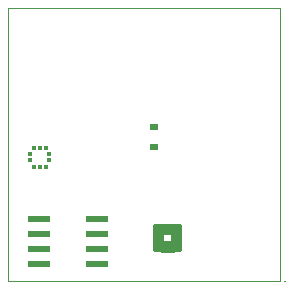
<source format=gts>
G04 #@! TF.FileFunction,Soldermask,Top*
%FSLAX46Y46*%
G04 Gerber Fmt 4.6, Leading zero omitted, Abs format (unit mm)*
G04 Created by KiCad (PCBNEW 4.0.7) date 01/31/18 21:16:08*
%MOMM*%
%LPD*%
G01*
G04 APERTURE LIST*
%ADD10C,0.152400*%
%ADD11C,0.100000*%
%ADD12C,0.381000*%
%ADD13R,0.800000X0.600000*%
%ADD14R,0.300000X0.400000*%
%ADD15R,0.400000X0.300000*%
%ADD16R,1.970000X0.600000*%
%ADD17R,0.400000X0.250000*%
%ADD18R,0.250000X0.400000*%
G04 APERTURE END LIST*
D10*
D11*
X37100000Y-36800000D02*
X37000000Y-36800000D01*
X36700000Y-13700000D02*
X36700000Y-36800000D01*
X13600000Y-13700000D02*
X36700000Y-13700000D01*
X13600000Y-36800000D02*
X13600000Y-13700000D01*
X36700000Y-36800000D02*
X13600000Y-36800000D01*
D12*
G36*
X26088760Y-32200000D02*
X26610000Y-32200000D01*
X26610000Y-32619344D01*
X26088760Y-32619344D01*
X26088760Y-32200000D01*
G37*
X26088760Y-32200000D02*
X26610000Y-32200000D01*
X26610000Y-32619344D01*
X26088760Y-32619344D01*
X26088760Y-32200000D01*
G36*
X26085520Y-32700000D02*
X26610000Y-32700000D01*
X26610000Y-33119824D01*
X26085520Y-33119824D01*
X26085520Y-32700000D01*
G37*
X26085520Y-32700000D02*
X26610000Y-32700000D01*
X26610000Y-33119824D01*
X26085520Y-33119824D01*
X26085520Y-32700000D01*
G36*
X26087100Y-33200000D02*
X26610000Y-33200000D01*
X26610000Y-33621310D01*
X26087100Y-33621310D01*
X26087100Y-33200000D01*
G37*
X26087100Y-33200000D02*
X26610000Y-33200000D01*
X26610000Y-33621310D01*
X26087100Y-33621310D01*
X26087100Y-33200000D01*
G36*
X26087460Y-33700000D02*
X26610000Y-33700000D01*
X26610000Y-34122383D01*
X26087460Y-34122383D01*
X26087460Y-33700000D01*
G37*
X26087460Y-33700000D02*
X26610000Y-33700000D01*
X26610000Y-34122383D01*
X26087460Y-34122383D01*
X26087460Y-33700000D01*
G36*
X27617431Y-32200000D02*
X28135000Y-32200000D01*
X28135000Y-32617400D01*
X27617431Y-32617400D01*
X27617431Y-32200000D01*
G37*
X27617431Y-32200000D02*
X28135000Y-32200000D01*
X28135000Y-32617400D01*
X27617431Y-32617400D01*
X27617431Y-32200000D01*
G36*
X27615883Y-32700000D02*
X28135000Y-32700000D01*
X28135000Y-33119930D01*
X27615883Y-33119930D01*
X27615883Y-32700000D01*
G37*
X27615883Y-32700000D02*
X28135000Y-32700000D01*
X28135000Y-33119930D01*
X27615883Y-33119930D01*
X27615883Y-32700000D01*
G36*
X27615743Y-33200000D02*
X28135000Y-33200000D01*
X28135000Y-33620677D01*
X27615743Y-33620677D01*
X27615743Y-33200000D01*
G37*
X27615743Y-33200000D02*
X28135000Y-33200000D01*
X28135000Y-33620677D01*
X27615743Y-33620677D01*
X27615743Y-33200000D01*
G36*
X27616835Y-33700000D02*
X28135000Y-33700000D01*
X28135000Y-34123489D01*
X27616835Y-34123489D01*
X27616835Y-33700000D01*
G37*
X27616835Y-33700000D02*
X28135000Y-33700000D01*
X28135000Y-34123489D01*
X27616835Y-34123489D01*
X27616835Y-33700000D01*
G36*
X26649103Y-32140000D02*
X27070000Y-32140000D01*
X27070000Y-32659025D01*
X26649103Y-32659025D01*
X26649103Y-32140000D01*
G37*
X26649103Y-32140000D02*
X27070000Y-32140000D01*
X27070000Y-32659025D01*
X26649103Y-32659025D01*
X26649103Y-32140000D01*
G36*
X27150096Y-32140000D02*
X27570000Y-32140000D01*
X27570000Y-32658799D01*
X27150096Y-32658799D01*
X27150096Y-32140000D01*
G37*
X27150096Y-32140000D02*
X27570000Y-32140000D01*
X27570000Y-32658799D01*
X27150096Y-32658799D01*
X27150096Y-32140000D01*
G36*
X26648344Y-33660000D02*
X27070000Y-33660000D01*
X27070000Y-34183670D01*
X26648344Y-34183670D01*
X26648344Y-33660000D01*
G37*
X26648344Y-33660000D02*
X27070000Y-33660000D01*
X27070000Y-34183670D01*
X26648344Y-34183670D01*
X26648344Y-33660000D01*
G36*
X27150164Y-33660000D02*
X27570000Y-33660000D01*
X27570000Y-34184190D01*
X27150164Y-34184190D01*
X27150164Y-33660000D01*
G37*
X27150164Y-33660000D02*
X27570000Y-33660000D01*
X27570000Y-34184190D01*
X27150164Y-34184190D01*
X27150164Y-33660000D01*
D13*
X25970000Y-25470000D03*
X25970000Y-23770000D03*
D14*
X15830000Y-27190000D03*
X16340000Y-27180000D03*
X16850000Y-27190000D03*
D15*
X17140000Y-26120000D03*
X17140000Y-26630000D03*
D14*
X16850000Y-25560000D03*
X16340000Y-25580000D03*
X15830000Y-25560000D03*
D15*
X15540000Y-26630000D03*
X15540000Y-26120000D03*
D16*
X21195000Y-35405000D03*
X21195000Y-34135000D03*
X21195000Y-32865000D03*
X21195000Y-31595000D03*
X16245000Y-31595000D03*
X16245000Y-32865000D03*
X16245000Y-34135000D03*
X16245000Y-35405000D03*
D15*
X26310000Y-32370000D03*
D17*
X26315000Y-32910000D03*
X26315000Y-33410000D03*
D15*
X26310000Y-33950000D03*
D18*
X26860000Y-33990000D03*
X27360000Y-33990000D03*
D15*
X27910000Y-33950000D03*
D17*
X27905000Y-33410000D03*
X27905000Y-32910000D03*
D15*
X27910000Y-32370000D03*
D18*
X27360000Y-32330000D03*
X26860000Y-32330000D03*
M02*

</source>
